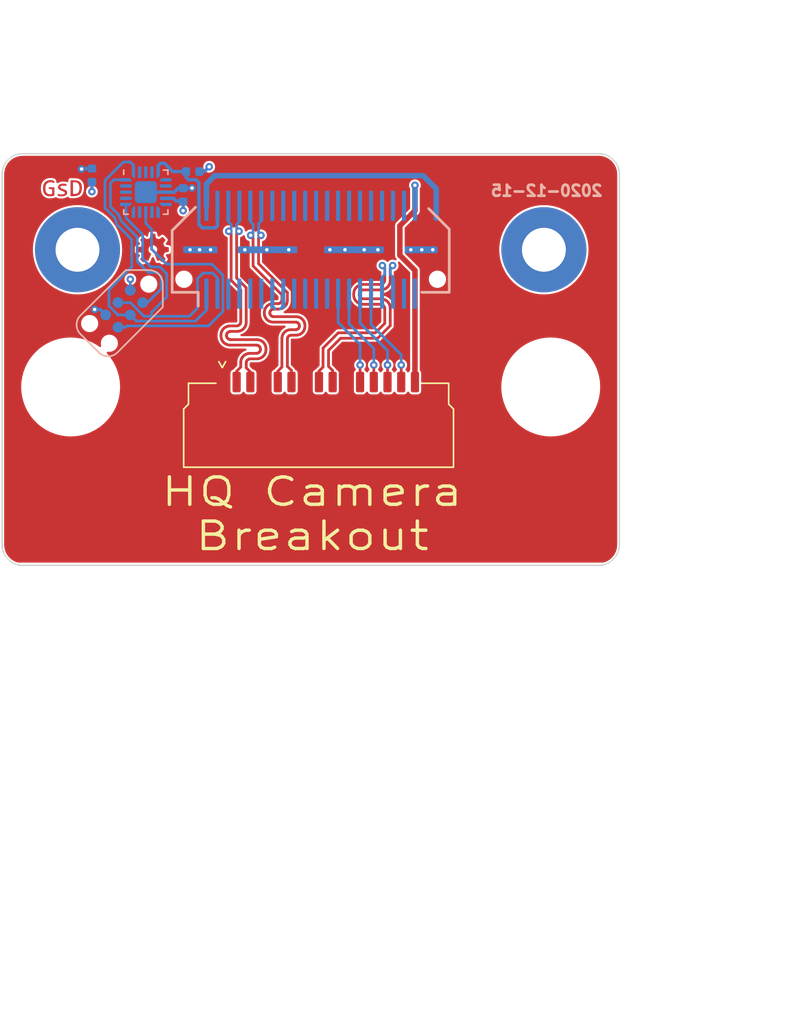
<source format=kicad_pcb>
(kicad_pcb (version 20201116) (generator pcbnew)
  (title_block (title "HQ Camera Breakout") (date "2020-12-15") (rev "r1.0") (comment 1 "SYZYGY Pod"))
  (layers (0 "F.Cu" signal) (1 "In1.Cu" power) (2 "In2.Cu" signal) (31 "B.Cu" signal) (34 "B.Paste" user) (35 "F.Paste" user) (36 "B.SilkS" user "B.Silkscreen") (37 "F.SilkS" user "F.Silkscreen") (38 "B.Mask" user) (39 "F.Mask" user) (44 "Edge.Cuts" user))
  (net 0 "")
  (net 1 "GND")
  (net 2 "+3V3")
  (net 3 "/Peripheral MCU/MISO")
  (net 4 "/Peripheral MCU/~RESET")
  (net 5 "/SCL")
  (net 6 "/SDA")
  (net 7 "/RGA")
  (net 8 "no_connect_51")
  (net 9 "/CAM_SCL")
  (net 10 "/CAM_SDA")
  (net 11 "Net-(J1-Pad30)")
  (net 12 "+5V")
  (net 13 "Net-(J1-Pad32)")
  (net 14 "no_connect_52")
  (net 15 "no_connect_53")
  (net 16 "Net-(J1-Pad5)")
  (net 17 "Net-(J1-Pad7)")
  (net 18 "Net-(J1-Pad9)")
  (net 19 "Net-(J1-Pad11)")
  (net 20 "Net-(J1-Pad13)")
  (net 21 "Net-(J1-Pad15)")
  (net 22 "Net-(J1-Pad17)")
  (net 23 "Net-(J1-Pad19)")
  (net 24 "Net-(J1-Pad21)")
  (net 25 "Net-(J1-Pad22)")
  (net 26 "Net-(J1-Pad23)")
  (net 27 "Net-(J1-Pad24)")
  (net 28 "Net-(J1-Pad26)")
  (net 29 "Net-(J1-Pad28)")
  (net 30 "/CSI_D0_N")
  (net 31 "/CSI_D0_P")
  (net 32 "/CSI_D1_N")
  (net 33 "/CSI_D1_P")
  (net 34 "Net-(J1-Pad14)")
  (net 35 "Net-(J1-Pad16)")
  (net 36 "Net-(U2-Pad2)")
  (net 37 "Net-(U2-Pad3)")
  (net 38 "Net-(U2-Pad4)")
  (net 39 "Net-(U2-Pad11)")
  (net 40 "Net-(U2-Pad12)")
  (net 41 "Net-(U2-Pad14)")
  (net 42 "Net-(U2-Pad15)")
  (net 43 "Net-(J1-Pad37)")
  (net 44 "Net-(J1-Pad38)")
  (net 45 "/VCCIO")
  (net 46 "Net-(J1-Pad18)")
  (net 47 "Net-(J1-Pad20)")
  (net 48 "/CSI_CLK_N")
  (net 49 "Net-(J1-Pad34)")
  (net 50 "/CSI_CLK_P")
  (net 51 "Net-(J1-Pad36)")
  (net 52 "/GPIO")
  (net 53 "/ENABLE")
  (net 54 "no_connect_54")
  (net 55 "no_connect_55")
  (net 56 "no_connect_56")
  (footprint "MountingHole:MountingHole_3.2mm_M3_DIN965" (layer "F.Cu") (at 147.5 98.2 90)
    (fp_text reference "H2" hide)
    (fp_text value "MountingHole" hide)
  )
  (footprint "MountingHole:MountingHole_3.2mm_M3_DIN965" (layer "F.Cu") (at 112.5 98.2 90)
    (fp_text reference "H1" hide)
    (fp_text value "MountingHole" hide)
  )
  (footprint "gkl_logos:gsd_logo_small" (layer "F.Cu") (at 111.9 83.8)
    (fp_text reference "G***" hide)
    (fp_text value "LOGO" hide)
  )
  (footprint "gsd-footprints:FCI_SFW15R-1STE1LF_1x15-1MP_P1.00mm_Horizontal" (layer "F.Cu") (at 130.6 98.75)
    (fp_text reference "J7" hide)
    (fp_text value "Conn_01x15_MountingPin" hide)
  )
  (footprint "Connector_PinHeader_1.00mm:PinHeader_1x01_P1.00mm_Vertical" (layer "F.Cu") (at 146.56 142.81)
    (fp_text reference "" hide)
    (fp_text value "" hide)
  )
  (footprint "gkl_logos:oshw_small" (layer "F.Cu") (at 118.5 88.1)
    (fp_text reference "G***" hide)
    (fp_text value "LOGO" hide)
  )
  (footprint "gsd-footprints:SYZYGY-STD-POD" (layer "B.Cu") (at 130 88.2 180)
    (fp_text reference "J1" hide)
    (fp_text value "SYZYGY-STD" hide)
  )
  (footprint "Package_DFN_QFN:QFN-20-1EP_3x3mm_P0.45mm_EP1.6x1.6mm" (layer "B.Cu") (at 117.979 84 -90)
    (fp_text reference "U2" hide)
    (fp_text value "ATtiny44A-MMH" hide)
  )
  (footprint "Resistor_SMD:R_0402_1005Metric" (layer "B.Cu") (at 121.4 82.5 180)
    (fp_text reference "R15" hide)
    (fp_text value "10K" hide)
  )
  (footprint "Capacitor_SMD:C_0402_1005Metric" (layer "B.Cu") (at 120.7 84.2 90)
    (fp_text reference "C9" hide)
    (fp_text value "0.1uF" hide)
  )
  (footprint "Capacitor_SMD:C_0402_1005Metric" (layer "B.Cu") (at 114.05 82.765 90)
    (fp_text reference "C10" hide)
    (fp_text value "1uF" hide)
  )
  (footprint "pkl_tag_connect:TC2030-NL_SMALL" (layer "B.Cu") (at 116.4 92.5 -135)
    (fp_text reference "J3" hide)
    (fp_text value "TagConnect" hide)
  )
  (gr_line (start 151 111.2) (end 109 111.2) (layer "Edge.Cuts") (width 0.1))
  (gr_line (start 109 81.2) (end 151 81.2) (layer "Edge.Cuts") (width 0.1))
  (gr_line (start 107.5 109.7) (end 107.5 82.7) (layer "Edge.Cuts") (width 0.1))
  (gr_arc (start 109 82.7) (end 109 81.2) (angle -90) (layer "Edge.Cuts") (width 0.1))
  (gr_arc (start 109 109.7) (end 107.5 109.7) (angle -90) (layer "Edge.Cuts") (width 0.1))
  (gr_line (start 152.5 82.7) (end 152.5 109.7) (layer "Edge.Cuts") (width 0.1))
  (gr_arc (start 151 82.7) (end 152.5 82.7) (angle -90) (layer "Edge.Cuts") (width 0.1))
  (gr_arc (start 151 109.7) (end 151 111.2) (angle -90) (layer "Edge.Cuts") (width 0.1))
  (gr_text "2020-12-15\n" (at 147.2 83.9) (layer "B.SilkS") (effects (font (size 0.8 0.8) (thickness 0.2)) (justify mirror)))
  (gr_text "HQ Camera\nBreakout" (at 130.1 107.45) (layer "F.SilkS") (effects (font (size 2 2.6) (thickness 0.25))))
  (via (at 125.2 88.2) (size 0.55) (drill 0.25) (layers "F.Cu" "B.Cu") (net 1))
  (via (at 137.3 88.2) (size 0.55) (drill 0.25) (layers "F.Cu" "B.Cu") (net 1))
  (via (at 128.4 88.2) (size 0.55) (drill 0.25) (layers "F.Cu" "B.Cu") (net 1))
  (via (at 131.4 88.2) (size 0.55) (drill 0.25) (layers "F.Cu" "B.Cu") (net 1))
  (via (at 132.5 88.2) (size 0.55) (drill 0.25) (layers "F.Cu" "B.Cu") (net 1))
  (via (at 138.9 88.2) (size 0.55) (drill 0.25) (layers "F.Cu" "B.Cu") (net 1))
  (via (at 113.3 82.315) (size 0.55) (drill 0.25) (layers "F.Cu" "B.Cu") (net 1))
  (via (at 126.8 88.2) (size 0.55) (drill 0.25) (layers "F.Cu" "B.Cu") (net 1))
  (via (at 121.2 88.2) (size 0.55) (drill 0.25) (layers "F.Cu" "B.Cu") (net 1))
  (via (at 133.9 88.2) (size 0.55) (drill 0.25) (layers "F.Cu" "B.Cu") (net 1))
  (via (at 121.35 83.7) (size 0.55) (drill 0.25) (layers "F.Cu" "B.Cu") (net 1))
  (via (at 114.25 92.55) (size 0.55) (drill 0.25) (layers "F.Cu" "B.Cu") (net 1))
  (via (at 122.7 88.2) (size 0.55) (drill 0.25) (layers "F.Cu" "B.Cu") (net 1))
  (via (at 138.1 88.2) (size 0.55) (drill 0.25) (layers "F.Cu" "B.Cu") (net 1))
  (via (at 134.9 88.2) (size 0.55) (drill 0.25) (layers "F.Cu" "B.Cu") (net 1))
  (via (at 121.9 88.2) (size 0.55) (drill 0.25) (layers "F.Cu" "B.Cu") (net 1))
  (segment (start 113.335 82.28) (end 113.3 82.315) (width 0.25) (layer "B.Cu") (net 1))
  (segment (start 119.429 84) (end 120.05 84) (width 0.25) (layer "B.Cu") (net 1))
  (segment (start 115.052962 92.949013) (end 114.653949 92.55) (width 0.25) (layer "B.Cu") (net 1))
  (segment (start 121.335 83.715) (end 121.35 83.7) (width 0.25) (layer "B.Cu") (net 1))
  (segment (start 120.7 83.715) (end 121.335 83.715) (width 0.25) (layer "B.Cu") (net 1))
  (segment (start 119.429 84) (end 117.979 84) (width 0.25) (layer "B.Cu") (net 1))
  (segment (start 114.653949 92.55) (end 114.25 92.55) (width 0.25) (layer "B.Cu") (net 1))
  (segment (start 120.05 84) (end 120.335 83.715) (width 0.25) (layer "B.Cu") (net 1))
  (segment (start 120.335 83.715) (end 120.7 83.715) (width 0.25) (layer "B.Cu") (net 1))
  (segment (start 114.05 82.28) (end 113.335 82.28) (width 0.25) (layer "B.Cu") (net 1))
  (segment (start 137.6 85.35) (end 137.6 83.5) (width 0.4) (layer "F.Cu") (net 2))
  (segment (start 137.6 97.84) (end 137.6 89.7) (width 0.4) (layer "F.Cu") (net 2))
  (segment (start 136.5 88.6) (end 136.5 86.45) (width 0.4) (layer "F.Cu") (net 2))
  (segment (start 137.6 89.7) (end 136.5 88.6) (width 0.4) (layer "F.Cu") (net 2))
  (segment (start 136.5 86.45) (end 137.6 85.35) (width 0.4) (layer "F.Cu") (net 2))
  (via (at 116.85 90.35) (size 0.55) (drill 0.25) (layers "F.Cu" "B.Cu") (net 2))
  (via (at 137.6 83.5) (size 0.55) (drill 0.25) (layers "F.Cu" "B.Cu") (net 2))
  (via (at 114.05 83.965) (size 0.55) (drill 0.25) (layers "F.Cu" "B.Cu") (net 2))
  (via (at 120.7 85.35) (size 0.55) (drill 0.25) (layers "F.Cu" "B.Cu") (net 2))
  (via (at 122.6 82.15) (size 0.55) (drill 0.25) (layers "F.Cu" "B.Cu") (net 2))
  (segment (start 137.6 85) (end 137.6 83.5) (width 0.4) (layer "B.Cu") (net 2))
  (segment (start 116.849013 91.152962) (end 116.849013 90.350987) (width 0.2) (layer "B.Cu") (net 2))
  (segment (start 121.885 82.5) (end 122.25 82.5) (width 0.25) (layer "B.Cu") (net 2))
  (segment (start 119.429 84.45) (end 120 84.45) (width 0.25) (layer "B.Cu") (net 2))
  (segment (start 116.849013 90.350987) (end 116.85 90.35) (width 0.2) (layer "B.Cu") (net 2))
  (segment (start 120.7 84.685) (end 120.7 85.35) (width 0.25) (layer "B.Cu") (net 2))
  (segment (start 122.25 82.5) (end 122.6 82.15) (width 0.25) (layer "B.Cu") (net 2))
  (segment (start 120.2 84.65) (end 120.665 84.65) (width 0.25) (layer "B.Cu") (net 2))
  (segment (start 120 84.45) (end 120.2 84.65) (width 0.25) (layer "B.Cu") (net 2))
  (segment (start 114.05 83.25) (end 114.05 83.965) (width 0.25) (layer "B.Cu") (net 2))
  (segment (start 118.15 89.85) (end 118.8 89.85) (width 0.2) (layer "B.Cu") (net 3))
  (segment (start 118.099013 92.050987) (end 117.747038 92.050987) (width 0.2) (layer "B.Cu") (net 3))
  (segment (start 116.1875 86.1125) (end 117.35 87.275) (width 0.2) (layer "B.Cu") (net 3))
  (segment (start 116.529 83.1) (end 115.65 83.1) (width 0.2) (layer "B.Cu") (net 3))
  (segment (start 117.35 87.275) (end 117.35 89.05) (width 0.2) (layer "B.Cu") (net 3))
  (segment (start 117.35 89.05) (end 118.15 89.85) (width 0.2) (layer "B.Cu") (net 3))
  (segment (start 116 85.65) (end 116.1875 86.1125) (width 0.2) (layer "B.Cu") (net 3))
  (segment (start 115.4 83.35) (end 115.4 85.05) (width 0.2) (layer "B.Cu") (net 3))
  (segment (start 115.65 83.1) (end 115.4 83.35) (width 0.2) (layer "B.Cu") (net 3))
  (segment (start 119.1 90.15) (end 119.1 91.05) (width 0.2) (layer "B.Cu") (net 3))
  (segment (start 119.1 91.05) (end 118.099013 92.050987) (width 0.2) (layer "B.Cu") (net 3))
  (segment (start 115.4 85.05) (end 116 85.65) (width 0.2) (layer "B.Cu") (net 3))
  (segment (start 118.8 89.85) (end 119.1 90.15) (width 0.2) (layer "B.Cu") (net 3))
  (segment (start 121.55 89.25) (end 122.8 89.25) (width 0.2) (layer "B.Cu") (net 4))
  (segment (start 122.55 93.75) (end 116.6 93.75) (width 0.2) (layer "B.Cu") (net 4))
  (segment (start 123.6 90.05) (end 123.6 92.7) (width 0.2) (layer "B.Cu") (net 4))
  (segment (start 122.8 89.25) (end 123.6 90.05) (width 0.2) (layer "B.Cu") (net 4))
  (segment (start 123.6 92.7) (end 122.55 93.75) (width 0.2) (layer "B.Cu") (net 4))
  (segment (start 116.6 93.75) (end 116.5 93.85) (width 0.2) (layer "B.Cu") (net 4))
  (segment (start 121.45 89.25) (end 119.5 89.25) (width 0.2) (layer "B.Cu") (net 4))
  (segment (start 117.979 86.279) (end 117.979 86.179) (width 0.2) (layer "B.Cu") (net 4))
  (segment (start 119.5 89.25) (end 118.4 88.15) (width 0.2) (layer "B.Cu") (net 4))
  (segment (start 118.4 88.15) (end 118.4 86.7) (width 0.2) (layer "B.Cu") (net 4))
  (segment (start 121.55 89.25) (end 121.45 89.25) (width 0.2) (layer "B.Cu") (net 4))
  (segment (start 117.979 85.45) (end 117.979 86.179) (width 0.2) (layer "B.Cu") (net 4))
  (segment (start 116.497038 93.847038) (end 115.950987 93.847038) (width 0.2) (layer "B.Cu") (net 4))
  (segment (start 116.5 93.85) (end 116.497038 93.847038) (width 0.2) (layer "B.Cu") (net 4))
  (segment (start 118.4 86.7) (end 117.979 86.279) (width 0.2) (layer "B.Cu") (net 4))
  (segment (start 121.6 93.4) (end 117.3 93.4) (width 0.2) (layer "B.Cu") (net 5))
  (segment (start 115.949013 92.949013) (end 115.3 92.3) (width 0.2) (layer "B.Cu") (net 5))
  (segment (start 116.85 81.8) (end 117.079 82.029) (width 0.2) (layer "B.Cu") (net 5))
  (segment (start 117.3 93.4) (end 116.849013 92.949013) (width 0.2) (layer "B.Cu") (net 5))
  (segment (start 116.35 81.8) (end 116.85 81.8) (width 0.2) (layer "B.Cu") (net 5))
  (segment (start 117.079 82.029) (end 117.079 82.55) (width 0.2) (layer "B.Cu") (net 5))
  (segment (start 115 85.15) (end 115 83.15) (width 0.2) (layer "B.Cu") (net 5))
  (segment (start 115.3 91.1) (end 116.95 89.45) (width 0.2) (layer "B.Cu") (net 5))
  (segment (start 115 83.15) (end 116.35 81.8) (width 0.2) (layer "B.Cu") (net 5))
  (segment (start 122.4 91.4) (end 122.4 92.6) (width 0.2) (layer "B.Cu") (net 5))
  (segment (start 116.849013 92.949013) (end 115.949013 92.949013) (width 0.2) (layer "B.Cu") (net 5))
  (segment (start 116.95 87.45) (end 115.9 86.4) (width 0.2) (layer "B.Cu") (net 5))
  (segment (start 115.9 86.4) (end 115.7 85.85) (width 0.2) (layer "B.Cu") (net 5))
  (segment (start 115.7 85.85) (end 115 85.15) (width 0.2) (layer "B.Cu") (net 5))
  (segment (start 115.3 92.3) (end 115.3 91.1) (width 0.2) (layer "B.Cu") (net 5))
  (segment (start 122.4 92.6) (end 121.6 93.4) (width 0.2) (layer "B.Cu") (net 5))
  (segment (start 116.95 89.45) (end 116.95 87.45) (width 0.2) (layer "B.Cu") (net 5))
  (segment (start 116.529 85.879) (end 117.75 87.1) (width 0.2) (layer "B.Cu") (net 6))
  (segment (start 119.5 91.65) (end 118.4 92.75) (width 0.2) (layer "B.Cu") (net 6))
  (segment (start 118.4 93.05) (end 121.15 93.05) (width 0.2) (layer "B.Cu") (net 6))
  (segment (start 117.85 93.05) (end 118.4 93.05) (width 0.2) (layer "B.Cu") (net 6))
  (segment (start 116.529 84.9) (end 116.529 85.879) (width 0.2) (layer "B.Cu") (net 6))
  (segment (start 117.75 88.85) (end 118.35 89.45) (width 0.2) (layer "B.Cu") (net 6))
  (segment (start 123.2 90.25) (end 123.2 91.4) (width 0.2) (layer "B.Cu") (net 6))
  (segment (start 121.15 93.05) (end 121.75 92.45) (width 0.2) (layer "B.Cu") (net 6))
  (segment (start 116.850987 92.050987) (end 117.85 93.05) (width 0.2) (layer "B.Cu") (net 6))
  (segment (start 119 89.45) (end 119.5 89.95) (width 0.2) (layer "B.Cu") (net 6))
  (segment (start 118.4 92.75) (end 118.4 93.05) (width 0.2) (layer "B.Cu") (net 6))
  (segment (start 115.950987 92.050987) (end 116.850987 92.050987) (width 0.2) (layer "B.Cu") (net 6))
  (segment (start 121.75 90.3) (end 122.15 89.9) (width 0.2) (layer "B.Cu") (net 6))
  (segment (start 122.15 89.9) (end 122.85 89.9) (width 0.2) (layer "B.Cu") (net 6))
  (segment (start 121.75 92.45) (end 121.75 90.3) (width 0.2) (layer "B.Cu") (net 6))
  (segment (start 122.85 89.9) (end 123.2 90.25) (width 0.2) (layer "B.Cu") (net 6))
  (segment (start 118.35 89.45) (end 119 89.45) (width 0.2) (layer "B.Cu") (net 6))
  (segment (start 117.75 87.1) (end 117.75 88.85) (width 0.2) (layer "B.Cu") (net 6))
  (segment (start 119.5 89.95) (end 119.5 91.65) (width 0.2) (layer "B.Cu") (net 6))
  (segment (start 118.879 82.071) (end 119.05 81.9) (width 0.25) (layer "B.Cu") (net 7))
  (segment (start 118.879 82.55) (end 118.879 82.071) (width 0.25) (layer "B.Cu") (net 7))
  (segment (start 121.85 86.35) (end 121.85 83.3) (width 0.25) (layer "B.Cu") (net 7))
  (segment (start 121.1 83.1) (end 120.915 82.915) (width 0.25) (layer "B.Cu") (net 7))
  (segment (start 123.05 86.6) (end 122.1 86.6) (width 0.25) (layer "B.Cu") (net 7))
  (segment (start 123.2 86.45) (end 123.05 86.6) (width 0.25) (layer "B.Cu") (net 7))
  (segment (start 119.95 82.5) (end 120.915 82.5) (width 0.25) (layer "B.Cu") (net 7))
  (segment (start 121.65 83.1) (end 121.1 83.1) (width 0.25) (layer "B.Cu") (net 7))
  (segment (start 123.2 85) (end 123.2 86.45) (width 0.25) (layer "B.Cu") (net 7))
  (segment (start 119.35 81.9) (end 119.95 82.5) (width 0.25) (layer "B.Cu") (net 7))
  (segment (start 122.1 86.6) (end 121.85 86.35) (width 0.25) (layer "B.Cu") (net 7))
  (segment (start 120.915 82.915) (end 120.915 82.5) (width 0.25) (layer "B.Cu") (net 7))
  (segment (start 119.05 81.9) (end 119.35 81.9) (width 0.25) (layer "B.Cu") (net 7))
  (segment (start 121.85 83.3) (end 121.65 83.1) (width 0.25) (layer "B.Cu") (net 7))
  (segment (start 135.6 97.84) (end 135.6 96.6) (width 0.2) (layer "F.Cu") (net 9))
  (via (at 135.6 96.6) (size 0.55) (drill 0.25) (layers "F.Cu" "B.Cu") (net 9))
  (segment (start 135.6 96.6) (end 135.6 95.55) (width 0.2) (layer "B.Cu") (net 9))
  (segment (start 133.6 93.55) (end 133.6 91.4) (width 0.2) (layer "B.Cu") (net 9))
  (segment (start 135.6 95.55) (end 133.6 93.55) (width 0.2) (layer "B.Cu") (net 9))
  (segment (start 136.6 96.6) (end 136.6 97.84) (width 0.2) (layer "F.Cu") (net 10))
  (via (at 136.6 96.6) (size 0.55) (drill 0.25) (layers "F.Cu" "B.Cu") (net 10))
  (segment (start 134.4 91.4) (end 134.4 93.65) (width 0.2) (layer "B.Cu") (net 10))
  (segment (start 136.6 95.85) (end 136.6 96.6) (width 0.2) (layer "B.Cu") (net 10))
  (segment (start 134.4 93.65) (end 136.6 95.85) (width 0.2) (layer "B.Cu") (net 10))
  (segment (start 123 82.8) (end 122.4 83.4) (width 0.4) (layer "B.Cu") (net 12))
  (segment (start 122.4 83.4) (end 122.4 85) (width 0.4) (layer "B.Cu") (net 12))
  (segment (start 139.15 85.9) (end 139.15 83.75) (width 0.4) (layer "B.Cu") (net 12))
  (segment (start 139.15 83.75) (end 138.2 82.8) (width 0.4) (layer "B.Cu") (net 12))
  (segment (start 138.2 82.8) (end 123 82.8) (width 0.4) (layer "B.Cu") (net 12))
  (segment (start 124 91.4) (end 124 92.5) (width 0.2) (layer "B.Cu") (net 16))
  (segment (start 127.2 92.3) (end 127.4 92.5) (width 0.2) (layer "B.Cu") (net 20))
  (segment (start 128 92.3) (end 127.8 92.5) (width 0.2) (layer "B.Cu") (net 21))
  (segment (start 123.475785 94.262787) (end 123.524565 94.123382) (width 0.2) (layer "F.Cu") (net 30))
  (segment (start 125.043893 95.998327) (end 125.148327 95.893893) (width 0.2) (layer "F.Cu") (net 30))
  (segment (start 123.603142 94.901672) (end 123.524565 94.776617) (width 0.2) (layer "F.Cu") (net 30))
  (segment (start 124.9 96.75) (end 124.9 96.409551) (width 0.2) (layer "F.Cu") (net 30))
  (segment (start 126.170917 95.179709) (end 126.107508 95.157521) (width 0.2) (layer "F.Cu") (net 30))
  (segment (start 124.2 90.432844) (end 124.2 87.025) (width 0.2) (layer "F.Cu") (net 30))
  (segment (start 126.107508 95.157521) (end 126.040752 95.15) (width 0.2) (layer "F.Cu") (net 30))
  (segment (start 126.275301 95.637046) (end 126.311042 95.580165) (width 0.2) (layer "F.Cu") (net 30))
  (segment (start 125.559551 95.75) (end 126.040752 95.75) (width 0.2) (layer "F.Cu") (net 30))
  (segment (start 125.273382 95.815316) (end 125.412787 95.766536) (width 0.2) (layer "F.Cu") (net 30))
  (segment (start 124.787047 93.684549) (end 124.83455 93.637046) (width 0.2) (layer "F.Cu") (net 30))
  (segment (start 126.311042 95.319834) (end 126.275301 95.262953) (width 0.2) (layer "F.Cu") (net 30))
  (segment (start 123.972036 95.133463) (end 123.832631 95.084683) (width 0.2) (layer "F.Cu") (net 30))
  (segment (start 126.311042 95.580165) (end 126.33323 95.516756) (width 0.2) (layer "F.Cu") (net 30))
  (segment (start 124.916536 96.262787) (end 124.965316 96.123382) (width 0.2) (layer "F.Cu") (net 30))
  (segment (start 124.1188 93.75) (end 124.6 93.75) (width 0.2) (layer "F.Cu") (net 30))
  (segment (start 123.832631 95.084683) (end 123.707576 95.006106) (width 0.2) (layer "F.Cu") (net 30))
  (segment (start 124.730166 93.72029) (end 124.787047 93.684549) (width 0.2) (layer "F.Cu") (net 30))
  (segment (start 123.524565 94.776617) (end 123.475785 94.637212) (width 0.2) (layer "F.Cu") (net 30))
  (segment (start 124.870291 93.580165) (end 124.892479 93.516756) (width 0.2) (layer "F.Cu") (net 30))
  (segment (start 124.666757 93.742478) (end 124.730166 93.72029) (width 0.2) (layer "F.Cu") (net 30))
  (segment (start 126.275301 95.262953) (end 126.227798 95.21545) (width 0.2) (layer "F.Cu") (net 30))
  (segment (start 123.832631 93.815316) (end 123.972036 93.766536) (width 0.2) (layer "F.Cu") (net 30))
  (segment (start 123.475785 94.637212) (end 123.459248 94.490448) (width 0.2) (layer "F.Cu") (net 30))
  (segment (start 123.707576 95.006106) (end 123.603142 94.901672) (width 0.2) (layer "F.Cu") (net 30))
  (segment (start 126.170917 95.72029) (end 126.227798 95.684549) (width 0.2) (layer "F.Cu") (net 30))
  (segment (start 126.040752 95.75) (end 126.107508 95.742478) (width 0.2) (layer "F.Cu") (net 30))
  (segment (start 124.6 97.84) (end 124.6 97.05) (width 0.2) (layer "F.Cu") (net 30))
  (segment (start 126.227798 95.21545) (end 126.170917 95.179709) (width 0.2) (layer "F.Cu") (net 30))
  (segment (start 124.1188 95.15) (end 123.972036 95.133463) (width 0.2) (layer "F.Cu") (net 30))
  (segment (start 126.33323 95.516756) (end 126.340752 95.45) (width 0.2) (layer "F.Cu") (net 30))
  (segment (start 126.340752 95.45) (end 126.33323 95.383243) (width 0.2) (layer "F.Cu") (net 30))
  (segment (start 124.965316 96.123382) (end 125.043893 95.998327) (width 0.2) (layer "F.Cu") (net 30))
  (segment (start 126.107508 95.742478) (end 126.170917 95.72029) (width 0.2) (layer "F.Cu") (net 30))
  (segment (start 124.9 91.132844) (end 124.2 90.432844) (width 0.2) (layer "F.Cu") (net 30))
  (segment (start 124.9 96.409551) (end 124.916536 96.262787) (width 0.2) (layer "F.Cu") (net 30))
  (segment (start 124.6 97.05) (end 124.9 96.75) (width 0.2) (layer "F.Cu") (net 30))
  (segment (start 126.33323 95.383243) (end 126.311042 95.319834) (width 0.2) (layer "F.Cu") (net 30))
  (segment (start 123.707576 93.893893) (end 123.832631 93.815316) (width 0.2) (layer "F.Cu") (net 30))
  (segment (start 124.2 87.025) (end 124.025 86.85) (width 0.2) (layer "F.Cu") (net 30))
  (segment (start 123.459248 94.409551) (end 123.475785 94.262787) (width 0.2) (layer "F.Cu") (net 30))
  (segment (start 124.892479 93.516756) (end 124.9 93.45) (width 0.2) (layer "F.Cu") (net 30))
  (segment (start 123.459248 94.490448) (end 123.459248 94.409551) (width 0.2) (layer "F.Cu") (net 30))
  (segment (start 123.972036 93.766536) (end 124.1188 93.75) (width 0.2) (layer "F.Cu") (net 30))
  (segment (start 125.412787 95.766536) (end 125.559551 95.75) (width 0.2) (layer "F.Cu") (net 30))
  (segment (start 126.040752 95.15) (end 124.1188 95.15) (width 0.2) (layer "F.Cu") (net 30))
  (segment (start 124.6 93.75) (end 124.666757 93.742478) (width 0.2) (layer "F.Cu") (net 30))
  (segment (start 125.148327 95.893893) (end 125.273382 95.815316) (width 0.2) (layer "F.Cu") (net 30))
  (segment (start 123.603142 93.998327) (end 123.707576 93.893893) (width 0.2) (layer "F.Cu") (net 30))
  (segment (start 124.83455 93.637046) (end 124.870291 93.580165) (width 0.2) (layer "F.Cu") (net 30))
  (segment (start 126.227798 95.684549) (end 126.275301 95.637046) (width 0.2) (layer "F.Cu") (net 30))
  (segment (start 124.9 93.45) (end 124.9 91.132844) (width 0.2) (layer "F.Cu") (net 30))
  (segment (start 123.524565 94.123382) (end 123.603142 93.998327) (width 0.2) (layer "F.Cu") (net 30))
  (via (at 124.025 86.85) (size 0.55) (drill 0.25) (layers "F.Cu" "B.Cu") (net 30))
  (segment (start 124 86.15) (end 124 85) (width 0.2) (layer "B.Cu") (net 30))
  (segment (start 124.2 86.35) (end 124 86.15) (width 0.2) (layer "B.Cu") (net 30))
  (segment (start 124.025 86.85) (end 124.2 86.675) (width 0.2) (layer "B.Cu") (net 30))
  (segment (start 124.2 86.675) (end 124.2 86.35) (width 0.2) (layer "B.Cu") (net 30))
  (segment (start 125.283464 93.637212) (end 125.3 93.490448) (width 0.2) (layer "F.Cu") (net 31))
  (segment (start 126.596858 95.901672) (end 126.675435 95.776617) (width 0.2) (layer "F.Cu") (net 31))
  (segment (start 124.787213 94.133463) (end 124.926618 94.084683) (width 0.2) (layer "F.Cu") (net 31))
  (segment (start 124.926618 94.084683) (end 125.051673 94.006106) (width 0.2) (layer "F.Cu") (net 31))
  (segment (start 126.227964 96.133463) (end 126.367369 96.084683) (width 0.2) (layer "F.Cu") (net 31))
  (segment (start 123.859248 94.45) (end 123.86677 94.383243) (width 0.2) (layer "F.Cu") (net 31))
  (segment (start 126.0812 94.75) (end 124.159248 94.75) (width 0.2) (layer "F.Cu") (net 31))
  (segment (start 126.0812 96.15) (end 126.227964 96.133463) (width 0.2) (layer "F.Cu") (net 31))
  (segment (start 126.740752 95.409551) (end 126.724215 95.262787) (width 0.2) (layer "F.Cu") (net 31))
  (segment (start 125.329709 96.319834) (end 125.36545 96.262953) (width 0.2) (layer "F.Cu") (net 31))
  (segment (start 124.029083 94.179709) (end 124.092492 94.157521) (width 0.2) (layer "F.Cu") (net 31))
  (segment (start 123.924699 94.637046) (end 123.888958 94.580165) (width 0.2) (layer "F.Cu") (net 31))
  (segment (start 125.3 96.8) (end 125.3 96.45) (width 0.2) (layer "F.Cu") (net 31))
  (segment (start 124.640449 94.15) (end 124.787213 94.133463) (width 0.2) (layer "F.Cu") (net 31))
  (segment (start 126.724215 95.637212) (end 126.740752 95.490448) (width 0.2) (layer "F.Cu") (net 31))
  (segment (start 126.596858 94.998327) (end 126.492424 94.893893) (width 0.2) (layer "F.Cu") (net 31))
  (segment (start 126.367369 96.084683) (end 126.492424 96.006106) (width 0.2) (layer "F.Cu") (net 31))
  (segment (start 126.675435 95.123382) (end 126.596858 94.998327) (width 0.2) (layer "F.Cu") (net 31))
  (segment (start 125.051673 94.006106) (end 125.156107 93.901672) (width 0.2) (layer "F.Cu") (net 31))
  (segment (start 125.469834 96.179709) (end 125.533243 96.157521) (width 0.2) (layer "F.Cu") (net 31))
  (segment (start 126.675435 95.776617) (end 126.724215 95.637212) (width 0.2) (layer "F.Cu") (net 31))
  (segment (start 123.86677 94.516756) (end 123.859248 94.45) (width 0.2) (layer "F.Cu") (net 31))
  (segment (start 123.924699 94.262953) (end 123.972202 94.21545) (width 0.2) (layer "F.Cu") (net 31))
  (segment (start 126.724215 95.262787) (end 126.675435 95.123382) (width 0.2) (layer "F.Cu") (net 31))
  (segment (start 125.6 96.15) (end 126.0812 96.15) (width 0.2) (layer "F.Cu") (net 31))
  (segment (start 123.888958 94.580165) (end 123.86677 94.516756) (width 0.2) (layer "F.Cu") (net 31))
  (segment (start 125.412953 96.21545) (end 125.469834 96.179709) (width 0.2) (layer "F.Cu") (net 31))
  (segment (start 125.36545 96.262953) (end 125.412953 96.21545) (width 0.2) (layer "F.Cu") (net 31))
  (segment (start 125.6 97.1) (end 125.3 96.8) (width 0.2) (layer "F.Cu") (net 31))
  (segment (start 126.492424 96.006106) (end 126.596858 95.901672) (width 0.2) (layer "F.Cu") (net 31))
  (segment (start 124.029083 94.72029) (end 123.972202 94.684549) (width 0.2) (layer "F.Cu") (net 31))
  (segment (start 124.092492 94.157521) (end 124.159248 94.15) (width 0.2) (layer "F.Cu") (net 31))
  (segment (start 125.3 93.490448) (end 125.3 90.967156) (width 0.2) (layer "F.Cu") (net 31))
  (segment (start 126.227964 94.766536) (end 126.0812 94.75) (width 0.2) (layer "F.Cu") (net 31))
  (segment (start 123.972202 94.684549) (end 123.924699 94.637046) (width 0.2) (layer "F.Cu") (net 31))
  (segment (start 126.492424 94.893893) (end 126.367369 94.815316) (width 0.2) (layer "F.Cu") (net 31))
  (segment (start 124.6 90.267156) (end 124.6 87.025) (width 0.2) (layer "F.Cu") (net 31))
  (segment (start 123.972202 94.21545) (end 124.029083 94.179709) (width 0.2) (layer "F.Cu") (net 31))
  (segment (start 126.740752 95.490448) (end 126.740752 95.409551) (width 0.2) (layer "F.Cu") (net 31))
  (segment (start 125.307521 96.383243) (end 125.329709 96.319834) (width 0.2) (layer "F.Cu") (net 31))
  (segment (start 126.367369 94.815316) (end 126.227964 94.766536) (width 0.2) (layer "F.Cu") (net 31))
  (segment (start 124.159248 94.75) (end 124.092492 94.742478) (width 0.2) (layer "F.Cu") (net 31))
  (segment (start 124.159248 94.15) (end 124.640449 94.15) (width 0.2) (layer "F.Cu") (net 31))
  (segment (start 124.092492 94.742478) (end 124.029083 94.72029) (width 0.2) (layer "F.Cu") (net 31))
  (segment (start 125.234684 93.776617) (end 125.283464 93.637212) (width 0.2) (layer "F.Cu") (net 31))
  (segment (start 125.533243 96.157521) (end 125.6 96.15) (width 0.2) (layer "F.Cu") (net 31))
  (segment (start 125.3 96.45) (end 125.307521 96.383243) (width 0.2) (layer "F.Cu") (net 31))
  (segment (start 125.6 97.84) (end 125.6 97.1) (width 0.2) (layer "F.Cu") (net 31))
  (segment (start 123.86677 94.383243) (end 123.888958 94.319834) (width 0.2) (layer "F.Cu") (net 31))
  (segment (start 125.156107 93.901672) (end 125.234684 93.776617) (width 0.2) (layer "F.Cu") (net 31))
  (segment (start 125.3 90.967156) (end 124.6 90.267156) (width 0.2) (layer "F.Cu") (net 31))
  (segment (start 124.6 87.025) (end 124.775 86.85) (width 0.2) (layer "F.Cu") (net 31))
  (segment (start 123.888958 94.319834) (end 123.924699 94.262953) (width 0.2) (layer "F.Cu") (net 31))
  (via (at 124.775 86.85) (size 0.55) (drill 0.25) (layers "F.Cu" "B.Cu") (net 31))
  (segment (start 124.8 86.15) (end 124.8 85) (width 0.2) (layer "B.Cu") (net 31))
  (segment (start 124.6 86.675) (end 124.6 86.35) (width 0.2) (layer "B.Cu") (net 31))
  (segment (start 124.775 86.85) (end 124.6 86.675) (width 0.2) (layer "B.Cu") (net 31))
  (segment (start 124.6 86.35) (end 124.8 86.15) (width 0.2) (layer "B.Cu") (net 31))
  (segment (start 127.114449 93.459054) (end 127.255972 93.475) (width 0.2) (layer "F.Cu") (net 32))
  (segment (start 129.024343 93.502233) (end 129.076484 93.534996) (width 0.2) (layer "F.Cu") (net 32))
  (segment (start 127.962984 94.385047) (end 127.915946 94.519473) (width 0.2) (layer "F.Cu") (net 32))
  (segment (start 127.744318 92.097766) (end 127.686193 92.118105) (width 0.2) (layer "F.Cu") (net 32))
  (segment (start 125.625 87.15) (end 125.8 87.325) (width 0.2) (layer "F.Cu") (net 32))
  (segment (start 127.915946 94.519473) (end 127.9 94.660996) (width 0.2) (layer "F.Cu") (net 32))
  (segment (start 127.872766 91.969318) (end 127.840003 92.021459) (width 0.2) (layer "F.Cu") (net 32))
  (segment (start 128.13946 94.163754) (end 128.038755 94.264459) (width 0.2) (layer "F.Cu") (net 32))
  (segment (start 126.635921 92.619473) (end 126.619976 92.760996) (width 0.2) (layer "F.Cu") (net 32))
  (segment (start 127.796459 92.065003) (end 127.744318 92.097766) (width 0.2) (layer "F.Cu") (net 32))
  (segment (start 127.9 91.85) (end 127.893105 91.911193) (width 0.2) (layer "F.Cu") (net 32))
  (segment (start 126.859435 92.263754) (end 126.75873 92.364459) (width 0.2) (layer "F.Cu") (net 32))
  (segment (start 129.180024 93.75) (end 129.17313 93.811193) (width 0.2) (layer "F.Cu") (net 32))
  (segment (start 129.120028 93.57854) (end 129.152791 93.630681) (width 0.2) (layer "F.Cu") (net 32))
  (segment (start 129.17313 93.811193) (end 129.152791 93.869318) (width 0.2) (layer "F.Cu") (net 32))
  (segment (start 127.6 97.05) (end 127.6 97.84) (width 0.2) (layer "F.Cu") (net 32))
  (segment (start 127.9 91.482844) (end 127.9 91.85) (width 0.2) (layer "F.Cu") (net 32))
  (segment (start 126.682959 92.485047) (end 126.635921 92.619473) (width 0.2) (layer "F.Cu") (net 32))
  (segment (start 126.75873 93.23554) (end 126.859435 93.336245) (width 0.2) (layer "F.Cu") (net 32))
  (segment (start 126.75873 92.364459) (end 126.682959 92.485047) (width 0.2) (layer "F.Cu") (net 32))
  (segment (start 129.152791 93.630681) (end 129.17313 93.688806) (width 0.2) (layer "F.Cu") (net 32))
  (segment (start 127.9 94.660996) (end 127.9 96.75) (width 0.2) (layer "F.Cu") (net 32))
  (segment (start 128.535997 94.025) (end 128.394474 94.040945) (width 0.2) (layer "F.Cu") (net 32))
  (segment (start 127.686193 92.118105) (end 127.625 92.125) (width 0.2) (layer "F.Cu") (net 32))
  (segment (start 128.260048 94.087983) (end 128.13946 94.163754) (width 0.2) (layer "F.Cu") (net 32))
  (segment (start 127.893105 91.911193) (end 127.872766 91.969318) (width 0.2) (layer "F.Cu") (net 32))
  (segment (start 129.152791 93.869318) (end 129.120028 93.921459) (width 0.2) (layer "F.Cu") (net 32))
  (segment (start 125.8 87.325) (end 125.8 89.382844) (width 0.2) (layer "F.Cu") (net 32))
  (segment (start 129.076484 93.965003) (end 129.024343 93.997766) (width 0.2) (layer "F.Cu") (net 32))
  (segment (start 129.024343 93.997766) (end 128.966218 94.018105) (width 0.2) (layer "F.Cu") (net 32))
  (segment (start 127.625 92.125) (end 127.255972 92.125) (width 0.2) (layer "F.Cu") (net 32))
  (segment (start 129.120028 93.921459) (end 129.076484 93.965003) (width 0.2) (layer "F.Cu") (net 32))
  (segment (start 126.619976 92.760996) (end 126.619976 92.839003) (width 0.2) (layer "F.Cu") (net 32))
  (segment (start 128.966218 93.481894) (end 129.024343 93.502233) (width 0.2) (layer "F.Cu") (net 32))
  (segment (start 129.17313 93.688806) (end 129.180024 93.75) (width 0.2) (layer "F.Cu") (net 32))
  (segment (start 126.980023 92.187983) (end 126.859435 92.263754) (width 0.2) (layer "F.Cu") (net 32))
  (segment (start 127.9 96.75) (end 127.6 97.05) (width 0.2) (layer "F.Cu") (net 32))
  (segment (start 128.905024 93.475) (end 128.966218 93.481894) (width 0.2) (layer "F.Cu") (net 32))
  (segment (start 128.038755 94.264459) (end 127.962984 94.385047) (width 0.2) (layer "F.Cu") (net 32))
  (segment (start 126.980023 93.412016) (end 127.114449 93.459054) (width 0.2) (layer "F.Cu") (net 32))
  (segment (start 126.682959 93.114952) (end 126.75873 93.23554) (width 0.2) (layer "F.Cu") (net 32))
  (segment (start 125.8 89.382844) (end 127.9 91.482844) (width 0.2) (layer "F.Cu") (net 32))
  (segment (start 128.905024 94.025) (end 128.535997 94.025) (width 0.2) (layer "F.Cu") (net 32))
  (segment (start 129.076484 93.534996) (end 129.120028 93.57854) (width 0.2) (layer "F.Cu") (net 32))
  (segment (start 126.619976 92.839003) (end 126.635921 92.980526) (width 0.2) (layer "F.Cu") (net 32))
  (segment (start 126.635921 92.980526) (end 126.682959 93.114952) (width 0.2) (layer "F.Cu") (net 32))
  (segment (start 127.840003 92.021459) (end 127.796459 92.065003) (width 0.2) (layer "F.Cu") (net 32))
  (segment (start 128.394474 94.040945) (end 128.260048 94.087983) (width 0.2) (layer "F.Cu") (net 32))
  (segment (start 127.114449 92.140945) (end 126.980023 92.187983) (width 0.2) (layer "F.Cu") (net 32))
  (segment (start 128.966218 94.018105) (end 128.905024 94.025) (width 0.2) (layer "F.Cu") (net 32))
  (segment (start 127.255972 92.125) (end 127.114449 92.140945) (width 0.2) (layer "F.Cu") (net 32))
  (segment (start 126.859435 93.336245) (end 126.980023 93.412016) (width 0.2) (layer "F.Cu") (net 32))
  (segment (start 127.255972 93.475) (end 128.905024 93.475) (width 0.2) (layer "F.Cu") (net 32))
  (via (at 125.625 87.15) (size 0.55) (drill 0.25) (layers "F.Cu" "B.Cu") (net 32))
  (segment (start 125.6 86.15) (end 125.6 85) (width 0.2) (layer "B.Cu") (net 32))
  (segment (start 125.625 87.15) (end 125.8 86.975) (width 0.2) (layer "B.Cu") (net 32))
  (segment (start 125.8 86.975) (end 125.8 86.35) (width 0.2) (layer "B.Cu") (net 32))
  (segment (start 125.8 86.35) (end 125.6 86.15) (width 0.2) (layer "B.Cu") (net 32))
  (segment (start 128.6 97) (end 128.6 97.84) (width 0.2) (layer "F.Cu") (net 33))
  (segment (start 128.06054 92.386245) (end 127.939952 92.462016) (width 0.2) (layer "F.Cu") (net 33))
  (segment (start 129.085551 93.090945) (end 129.219977 93.137983) (width 0.2) (layer "F.Cu") (net 33))
  (segment (start 128.237016 92.164952) (end 128.161245 92.28554) (width 0.2) (layer "F.Cu") (net 33))
  (segment (start 128.3 96.7) (end 128.6 97) (width 0.2) (layer "F.Cu") (net 33))
  (segment (start 129.340565 93.213754) (end 129.44127 93.314459) (width 0.2) (layer "F.Cu") (net 33))
  (segment (start 129.580024 93.710996) (end 129.580024 93.789003) (width 0.2) (layer "F.Cu") (net 33))
  (segment (start 127.123516 92.584996) (end 127.079972 92.62854) (width 0.2) (layer "F.Cu") (net 33))
  (segment (start 128.161245 92.28554) (end 128.06054 92.386245) (width 0.2) (layer "F.Cu") (net 33))
  (segment (start 128.3 91.317156) (end 128.3 91.889003) (width 0.2) (layer "F.Cu") (net 33))
  (segment (start 127.664003 92.525) (end 127.294976 92.525) (width 0.2) (layer "F.Cu") (net 33))
  (segment (start 126.2 87.325) (end 126.2 89.217156) (width 0.2) (layer "F.Cu") (net 33))
  (segment (start 127.123516 93.015003) (end 127.175657 93.047766) (width 0.2) (layer "F.Cu") (net 33))
  (segment (start 127.02687 92.861193) (end 127.047209 92.919318) (width 0.2) (layer "F.Cu") (net 33))
  (segment (start 127.294976 92.525) (end 127.233782 92.531894) (width 0.2) (layer "F.Cu") (net 33))
  (segment (start 127.175657 92.552233) (end 127.123516 92.584996) (width 0.2) (layer "F.Cu") (net 33))
  (segment (start 127.939952 92.462016) (end 127.805526 92.509054) (width 0.2) (layer "F.Cu") (net 33))
  (segment (start 127.805526 92.509054) (end 127.664003 92.525) (width 0.2) (layer "F.Cu") (net 33))
  (segment (start 127.047209 92.680681) (end 127.02687 92.738806) (width 0.2) (layer "F.Cu") (net 33))
  (segment (start 128.575 94.425) (end 128.513807 94.431894) (width 0.2) (layer "F.Cu") (net 33))
  (segment (start 128.327234 94.580681) (end 128.306895 94.638806) (width 0.2) (layer "F.Cu") (net 33))
  (segment (start 128.455682 94.452233) (end 128.403541 94.484996) (width 0.2) (layer "F.Cu") (net 33))
  (segment (start 128.944028 94.425) (end 128.575 94.425) (width 0.2) (layer "F.Cu") (net 33))
  (segment (start 129.219977 93.137983) (end 129.340565 93.213754) (width 0.2) (layer "F.Cu") (net 33))
  (segment (start 129.44127 93.314459) (end 129.517041 93.435047) (width 0.2) (layer "F.Cu") (net 33))
  (segment (start 129.219977 94.362016) (end 129.085551 94.409054) (width 0.2) (layer "F.Cu") (net 33))
  (segment (start 128.306895 94.638806) (end 128.3 94.7) (width 0.2) (layer "F.Cu") (net 33))
  (segment (start 127.175657 93.047766) (end 127.233782 93.068105) (width 0.2) (layer "F.Cu") (net 33))
  (segment (start 128.403541 94.484996) (end 128.359997 94.52854) (width 0.2) (layer "F.Cu") (net 33))
  (segment (start 127.079972 92.62854) (end 127.047209 92.680681) (width 0.2) (layer "F.Cu") (net 33))
  (segment (start 129.44127 94.18554) (end 129.340565 94.286245) (width 0.2) (layer "F.Cu") (net 33))
  (segment (start 128.359997 94.52854) (end 128.327234 94.580681) (width 0.2) (layer "F.Cu") (net 33))
  (segment (start 127.047209 92.919318) (end 127.079972 92.971459) (width 0.2) (layer "F.Cu") (net 33))
  (segment (start 127.233782 92.531894) (end 127.175657 92.552233) (width 0.2) (layer "F.Cu") (net 33))
  (segment (start 127.233782 93.068105) (end 127.294976 93.075) (width 0.2) (layer "F.Cu") (net 33))
  (segment (start 127.019976 92.8) (end 127.02687 92.861193) (width 0.2) (layer "F.Cu") (net 33))
  (segment (start 127.294976 93.075) (end 128.944028 93.075) (width 0.2) (layer "F.Cu") (net 33))
  (segment (start 128.513807 94.431894) (end 128.455682 94.452233) (width 0.2) (layer "F.Cu") (net 33))
  (segment (start 129.580024 93.789003) (end 129.564079 93.930526) (width 0.2) (layer "F.Cu") (net 33))
  (segment (start 126.2 89.217156) (end 128.3 91.317156) (width 0.2) (layer "F.Cu") (net 33))
  (segment (start 129.340565 94.286245) (end 129.219977 94.362016) (width 0.2) (layer "F.Cu") (net 33))
  (segment (start 129.564079 93.930526) (end 129.517041 94.064952) (width 0.2) (layer "F.Cu") (net 33))
  (segment (start 129.517041 94.064952) (end 129.44127 94.18554) (width 0.2) (layer "F.Cu") (net 33))
  (segment (start 129.564079 93.569473) (end 129.580024 93.710996) (width 0.2) (layer "F.Cu") (net 33))
  (segment (start 129.517041 93.435047) (end 129.564079 93.569473) (width 0.2) (layer "F.Cu") (net 33))
  (segment (start 129.085551 94.409054) (end 128.944028 94.425) (width 0.2) (layer "F.Cu") (net 33))
  (segment (start 128.3 94.7) (end 128.3 96.7) (width 0.2) (layer "F.Cu") (net 33))
  (segment (start 127.079972 92.971459) (end 127.123516 93.015003) (width 0.2) (layer "F.Cu") (net 33))
  (segment (start 128.284054 92.030526) (end 128.237016 92.164952) (width 0.2) (layer "F.Cu") (net 33))
  (segment (start 128.3 91.889003) (end 128.284054 92.030526) (width 0.2) (layer "F.Cu") (net 33))
  (segment (start 126.375 87.15) (end 126.2 87.325) (width 0.2) (layer "F.Cu") (net 33))
  (segment (start 128.944028 93.075) (end 129.085551 93.090945) (width 0.2) (layer "F.Cu") (net 33))
  (segment (start 127.02687 92.738806) (end 127.019976 92.8) (width 0.2) (layer "F.Cu") (net 33))
  (via (at 126.375 87.15) (size 0.55) (drill 0.25) (layers "F.Cu" "B.Cu") (net 33))
  (segment (start 126.2 86.975) (end 126.2 86.3) (width 0.2) (layer "B.Cu") (net 33))
  (segment (start 126.375 87.15) (end 126.2 86.975) (width 0.2) (layer "B.Cu") (net 33))
  (segment (start 126.4 86.1) (end 126.4 85) (width 0.2) (layer "B.Cu") (net 33))
  (segment (start 126.2 86.3) (end 126.4 86.1) (width 0.2) (layer "B.Cu") (net 33))
  (segment (start 135.4 92.5) (end 135.4 93.567156) (width 0.2) (layer "F.Cu") (net 48))
  (segment (start 135.4 93.567156) (end 134.717156 94.25) (width 0.2) (layer "F.Cu") (net 48))
  (segment (start 133.815929 92.175) (end 135.075 92.175) (width 0.2) (layer "F.Cu") (net 48))
  (segment (start 133.51954 92.107351) (end 133.663923 92.157873) (width 0.2) (layer "F.Cu") (net 48))
  (segment (start 133.663923 92.157873) (end 133.815929 92.175) (width 0.2) (layer "F.Cu") (net 48))
  (segment (start 133.20047 91.788281) (end 133.281854 91.917803) (width 0.2) (layer "F.Cu") (net 48))
  (segment (start 135.329095 90.602634) (end 135.277634 90.654095) (width 0.2) (layer "F.Cu") (net 48))
  (segment (start 135.075 90.725) (end 133.815929 90.725) (width 0.2) (layer "F.Cu") (net 48))
  (segment (start 135.147319 90.716851) (end 135.075 90.725) (width 0.2) (layer "F.Cu") (net 48))
  (segment (start 135.225 89.35) (end 135.4 89.525) (width 0.2) (layer "F.Cu") (net 48))
  (segment (start 133.149948 91.643898) (end 133.20047 91.788281) (width 0.2) (layer "F.Cu") (net 48))
  (segment (start 135.367814 92.358987) (end 135.391851 92.42768) (width 0.2) (layer "F.Cu") (net 48))
  (segment (start 133.20047 91.111718) (end 133.149948 91.256101) (width 0.2) (layer "F.Cu") (net 48))
  (segment (start 135.391851 92.42768) (end 135.4 92.5) (width 0.2) (layer "F.Cu") (net 48))
  (segment (start 130.9 96.75) (end 130.6 97.05) (width 0.2) (layer "F.Cu") (net 48))
  (segment (start 135.391851 90.472319) (end 135.367814 90.541012) (width 0.2) (layer "F.Cu") (net 48))
  (segment (start 133.51954 90.792648) (end 133.390018 90.874032) (width 0.2) (layer "F.Cu") (net 48))
  (segment (start 133.132822 91.491892) (end 133.149948 91.643898) (width 0.2) (layer "F.Cu") (net 48))
  (segment (start 133.663923 90.742126) (end 133.51954 90.792648) (width 0.2) (layer "F.Cu") (net 48))
  (segment (start 130.6 97.05) (end 130.6 97.84) (width 0.2) (layer "F.Cu") (net 48))
  (segment (start 135.329095 92.297365) (end 135.367814 92.358987) (width 0.2) (layer "F.Cu") (net 48))
  (segment (start 135.4 90.4) (end 135.391851 90.472319) (width 0.2) (layer "F.Cu") (net 48))
  (segment (start 133.132822 91.408107) (end 133.132822 91.491892) (width 0.2) (layer "F.Cu") (net 48))
  (segment (start 132.017156 94.25) (end 130.9 95.367156) (width 0.2) (layer "F.Cu") (net 48))
  (segment (start 130.9 95.367156) (end 130.9 96.75) (width 0.2) (layer "F.Cu") (net 48))
  (segment (start 133.281854 90.982196) (end 133.20047 91.111718) (width 0.2) (layer "F.Cu") (net 48))
  (segment (start 134.717156 94.25) (end 132.017156 94.25) (width 0.2) (layer "F.Cu") (net 48))
  (segment (start 135.147319 92.183148) (end 135.216012 92.207185) (width 0.2) (layer "F.Cu") (net 48))
  (segment (start 133.390018 90.874032) (end 133.281854 90.982196) (width 0.2) (layer "F.Cu") (net 48))
  (segment (start 133.390018 92.025967) (end 133.51954 92.107351) (width 0.2) (layer "F.Cu") (net 48))
  (segment (start 135.216012 90.692814) (end 135.147319 90.716851) (width 0.2) (layer "F.Cu") (net 48))
  (segment (start 135.277634 92.245904) (end 135.329095 92.297365) (width 0.2) (layer "F.Cu") (net 48))
  (segment (start 135.075 92.175) (end 135.147319 92.183148) (width 0.2) (layer "F.Cu") (net 48))
  (segment (start 135.367814 90.541012) (end 135.329095 90.602634) (width 0.2) (layer "F.Cu") (net 48))
  (segment (start 135.216012 92.207185) (end 135.277634 92.245904) (width 0.2) (layer "F.Cu") (net 48))
  (segment (start 135.4 89.525) (end 135.4 90.4) (width 0.2) (layer "F.Cu") (net 48))
  (segment (start 135.277634 90.654095) (end 135.216012 90.692814) (width 0.2) (layer "F.Cu") (net 48))
  (segment (start 133.281854 91.917803) (end 133.390018 92.025967) (width 0.2) (layer "F.Cu") (net 48))
  (segment (start 133.815929 90.725) (end 133.663923 90.742126) (width 0.2) (layer "F.Cu") (net 48))
  (segment (start 133.149948 91.256101) (end 133.132822 91.408107) (width 0.2) (layer "F.Cu") (net 48))
  (via (at 135.225 89.35) (size 0.55) (drill 0.25) (layers "F.Cu" "B.Cu") (net 48))
  (segment (start 135.2 90.2) (end 135.4 90) (width 0.2) (layer "B.Cu") (net 48))
  (segment (start 135.2 91.4) (end 135.2 90.2) (width 0.2) (layer "B.Cu") (net 48))
  (segment (start 135.4 89.525) (end 135.4 90) (width 0.2) (layer "B.Cu") (net 48))
  (segment (start 135.225 89.35) (end 135.4 89.525) (width 0.2) (layer "B.Cu") (net 48))
  (segment (start 133.857822 91.775) (end 135.116892 91.775) (width 0.2) (layer "F.Cu") (net 50))
  (segment (start 135.650967 90.867803) (end 135.542803 90.975967) (width 0.2) (layer "F.Cu") (net 50))
  (segment (start 133.716809 91.157185) (end 133.655187 91.195904) (width 0.2) (layer "F.Cu") (net 50))
  (segment (start 135.542803 91.924032) (end 135.650967 92.032196) (width 0.2) (layer "F.Cu") (net 50))
  (segment (start 135.8 93.732844) (end 134.882844 94.65) (width 0.2) (layer "F.Cu") (net 50))
  (segment (start 135.413281 91.057351) (end 135.268898 91.107873) (width 0.2) (layer "F.Cu") (net 50))
  (segment (start 133.785502 91.766851) (end 133.857822 91.775) (width 0.2) (layer "F.Cu") (net 50))
  (segment (start 133.532822 91.45) (end 133.54097 91.522319) (width 0.2) (layer "F.Cu") (net 50))
  (segment (start 133.785502 91.133148) (end 133.716809 91.157185) (width 0.2) (layer "F.Cu") (net 50))
  (segment (start 131.6 97) (end 131.6 97.84) (width 0.2) (layer "F.Cu") (net 50))
  (segment (start 133.857822 91.125) (end 133.785502 91.133148) (width 0.2) (layer "F.Cu") (net 50))
  (segment (start 135.8 90.441892) (end 135.782873 90.593898) (width 0.2) (layer "F.Cu") (net 50))
  (segment (start 135.116892 91.775) (end 135.268898 91.792126) (width 0.2) (layer "F.Cu") (net 50))
  (segment (start 133.603726 91.652634) (end 133.655187 91.704095) (width 0.2) (layer "F.Cu") (net 50))
  (segment (start 133.54097 91.522319) (end 133.565007 91.591012) (width 0.2) (layer "F.Cu") (net 50))
  (segment (start 135.8 92.458107) (end 135.8 93.732844) (width 0.2) (layer "F.Cu") (net 50))
  (segment (start 134.882844 94.65) (end 132.182844 94.65) (width 0.2) (layer "F.Cu") (net 50))
  (segment (start 135.732351 90.738281) (end 135.650967 90.867803) (width 0.2) (layer "F.Cu") (net 50))
  (segment (start 132.182844 94.65) (end 131.3 95.532844) (width 0.2) (layer "F.Cu") (net 50))
  (segment (start 135.650967 92.032196) (end 135.732351 92.161718) (width 0.2) (layer "F.Cu") (net 50))
  (segment (start 133.54097 91.37768) (end 133.532822 91.45) (width 0.2) (layer "F.Cu") (net 50))
  (segment (start 135.8 89.525) (end 135.8 90.441892) (width 0.2) (layer "F.Cu") (net 50))
  (segment (start 133.565007 91.591012) (end 133.603726 91.652634) (width 0.2) (layer "F.Cu") (net 50))
  (segment (start 135.782873 90.593898) (end 135.732351 90.738281) (width 0.2) (layer "F.Cu") (net 50))
  (segment (start 135.542803 90.975967) (end 135.413281 91.057351) (width 0.2) (layer "F.Cu") (net 50))
  (segment (start 133.603726 91.247365) (end 133.565007 91.308987) (width 0.2) (layer "F.Cu") (net 50))
  (segment (start 133.716809 91.742814) (end 133.785502 91.766851) (width 0.2) (layer "F.Cu") (net 50))
  (segment (start 135.268898 91.107873) (end 135.116892 91.125) (width 0.2) (layer "F.Cu") (net 50))
  (segment (start 135.782873 92.306101) (end 135.8 92.458107) (width 0.2) (layer "F.Cu") (net 50))
  (segment (start 133.655187 91.704095) (end 133.716809 91.742814) (width 0.2) (layer "F.Cu") (net 50))
  (segment (start 133.655187 91.195904) (end 133.603726 91.247365) (width 0.2) (layer "F.Cu") (net 50))
  (segment (start 131.3 95.532844) (end 131.3 96.7) (width 0.2) (layer "F.Cu") (net 50))
  (segment (start 135.413281 91.842648) (end 135.542803 91.924032) (width 0.2) (layer "F.Cu") (net 50))
  (segment (start 131.3 96.7) (end 131.6 97) (width 0.2) (layer "F.Cu") (net 50))
  (segment (start 135.268898 91.792126) (end 135.413281 91.842648) (width 0.2) (layer "F.Cu") (net 50))
  (segment (start 135.116892 91.125) (end 133.857822 91.125) (width 0.2) (layer "F.Cu") (net 50))
  (segment (start 135.732351 92.161718) (end 135.782873 92.306101) (width 0.2) (layer "F.Cu") (net 50))
  (segment (start 133.565007 91.308987) (end 133.54097 91.37768) (width 0.2) (layer "F.Cu") (net 50))
  (segment (start 135.975 89.35) (end 135.8 89.525) (width 0.2) (layer "F.Cu") (net 50))
  (via (at 135.975 89.35) (size 0.55) (drill 0.25) (layers "F.Cu" "B.Cu") (net 50))
  (segment (start 135.975 89.35) (end 135.8 89.525) (width 0.2) (layer "B.Cu") (net 50))
  (segment (start 136 91.4) (end 136 90.2) (width 0.2) (layer "B.Cu") (net 50))
  (segment (start 135.8 89.525) (end 135.8 90) (width 0.2) (layer "B.Cu") (net 50))
  (segment (start 136 90.2) (end 135.8 90) (width 0.2) (layer "B.Cu") (net 50))
  (segment (start 134.6 96.6) (end 134.6 97.84) (width 0.2) (layer "F.Cu") (net 52))
  (via (at 134.6 96.6) (size 0.55) (drill 0.25) (layers "F.Cu" "B.Cu") (net 52))
  (segment (start 132.8 91.4) (end 132.8 93.6) (width 0.2) (layer "B.Cu") (net 52))
  (segment (start 134.6 95.4) (end 134.6 96.6) (width 0.2) (layer "B.Cu") (net 52))
  (segment (start 132.8 93.6) (end 134.6 95.4) (width 0.2) (layer "B.Cu") (net 52))
  (segment (start 133.6 97.84) (end 133.6 96.6) (width 0.2) (layer "F.Cu") (net 53))
  (via (at 133.6 96.6) (size 0.55) (drill 0.25) (layers "F.Cu" "B.Cu") (net 53))
  (segment (start 132 93.5) (end 132 91.4) (width 0.2) (layer "B.Cu") (net 53))
  (segment (start 133.6 96.6) (end 133.6 95.1) (width 0.2) (layer "B.Cu") (net 53))
  (segment (start 133.6 95.1) (end 132 93.5) (width 0.2) (layer "B.Cu") (net 53))
  (zone (net 1) (net_name "GND") (layers "F.Cu" "In1.Cu") (priority 2) (connect_pads yes (clearance 0.15)) (min_thickness 0.155) (fill yes (thermal_gap 0.508) (thermal_bridge_width 0.508) (smoothing fillet) (radius 2))
    (polygon (pts (xy 107.5 81.2) (xy 152.5 81.2) (xy 152.5 111) (xy 107.5 111)))
  )
)
</source>
